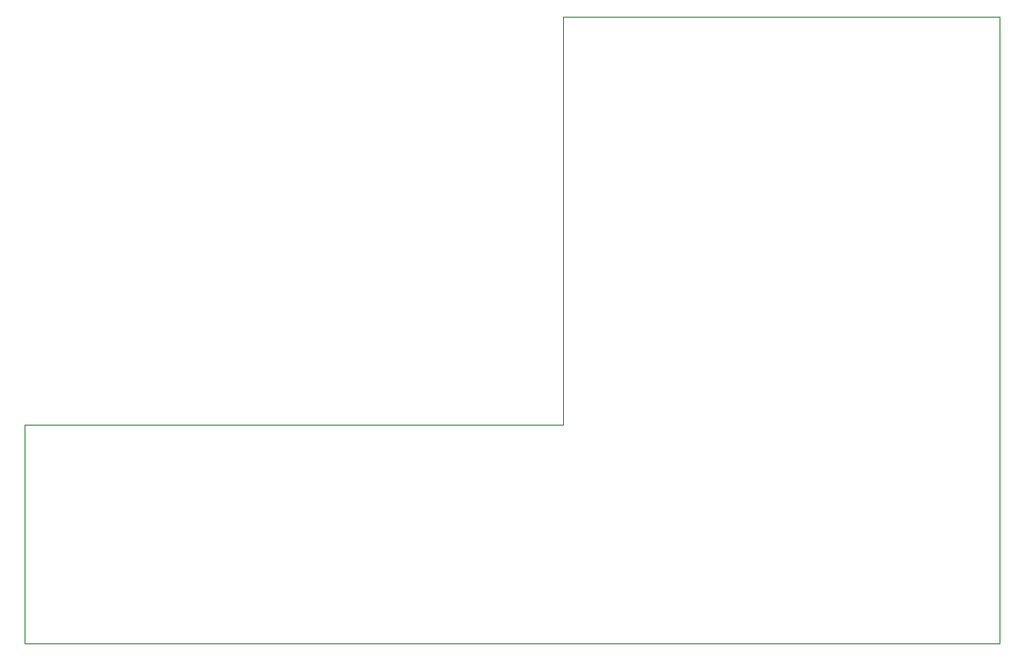
<source format=gbr>
%TF.GenerationSoftware,KiCad,Pcbnew,8.0.1*%
%TF.CreationDate,2024-06-09T22:48:09+01:00*%
%TF.ProjectId,BBC-USBSlim,4242432d-5553-4425-936c-696d2e6b6963,rev?*%
%TF.SameCoordinates,Original*%
%TF.FileFunction,Profile,NP*%
%FSLAX46Y46*%
G04 Gerber Fmt 4.6, Leading zero omitted, Abs format (unit mm)*
G04 Created by KiCad (PCBNEW 8.0.1) date 2024-06-09 22:48:09*
%MOMM*%
%LPD*%
G01*
G04 APERTURE LIST*
%TA.AperFunction,Profile*%
%ADD10C,0.100000*%
%TD*%
G04 APERTURE END LIST*
D10*
X156900000Y-128825000D02*
X72800000Y-128825000D01*
X72800000Y-109900000D01*
X119275000Y-109900000D01*
X119275000Y-74675000D01*
X156900000Y-74675000D01*
X156900000Y-128825000D01*
M02*

</source>
